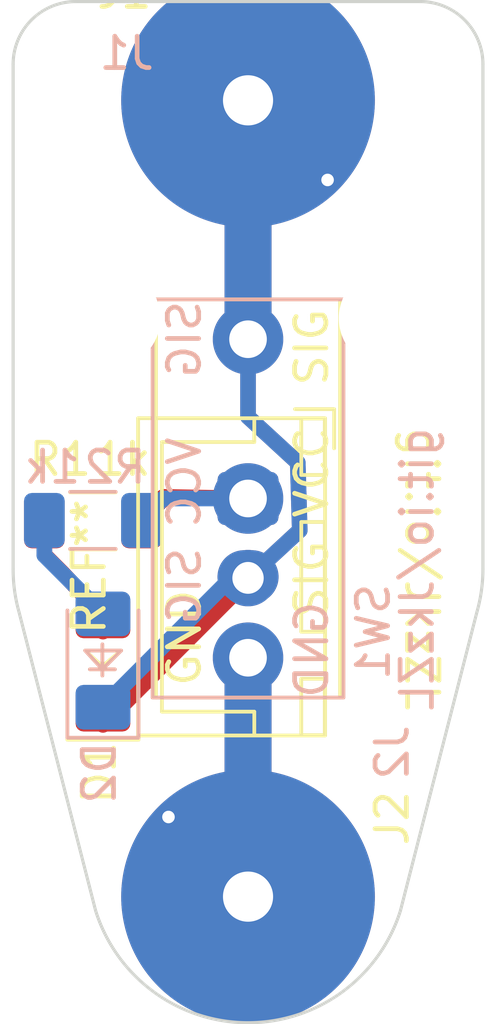
<source format=kicad_pcb>
(kicad_pcb (version 20171130) (host pcbnew "(5.1.7)-1")

  (general
    (thickness 1.6)
    (drawings 43)
    (tracks 39)
    (zones 0)
    (modules 12)
    (nets 6)
  )

  (page A4)
  (layers
    (0 F.Cu signal hide)
    (31 B.Cu signal hide)
    (32 B.Adhes user hide)
    (33 F.Adhes user hide)
    (34 B.Paste user hide)
    (35 F.Paste user hide)
    (36 B.SilkS user hide)
    (37 F.SilkS user hide)
    (38 B.Mask user)
    (39 F.Mask user)
    (40 Dwgs.User user hide)
    (41 Cmts.User user hide)
    (42 Eco1.User user hide)
    (43 Eco2.User user hide)
    (44 Edge.Cuts user)
    (45 Margin user hide)
    (46 B.CrtYd user)
    (47 F.CrtYd user)
    (48 B.Fab user hide)
    (49 F.Fab user hide)
  )

  (setup
    (last_trace_width 0.25)
    (user_trace_width 0.5)
    (user_trace_width 0.75)
    (user_trace_width 1.5)
    (trace_clearance 0.2)
    (zone_clearance 0.508)
    (zone_45_only no)
    (trace_min 0.2)
    (via_size 0.8)
    (via_drill 0.4)
    (via_min_size 0.4)
    (via_min_drill 0.3)
    (uvia_size 0.3)
    (uvia_drill 0.1)
    (uvias_allowed no)
    (uvia_min_size 0.2)
    (uvia_min_drill 0.1)
    (edge_width 0.05)
    (segment_width 0.2)
    (pcb_text_width 0.3)
    (pcb_text_size 1.5 1.5)
    (mod_edge_width 0.12)
    (mod_text_size 1 1)
    (mod_text_width 0.15)
    (pad_size 8.1 8.1)
    (pad_drill 1.6)
    (pad_to_mask_clearance 0)
    (aux_axis_origin 0 0)
    (visible_elements 7EFFFFFF)
    (pcbplotparams
      (layerselection 0x3d330_ffffffff)
      (usegerberextensions false)
      (usegerberattributes true)
      (usegerberadvancedattributes true)
      (creategerberjobfile true)
      (excludeedgelayer true)
      (linewidth 0.100000)
      (plotframeref false)
      (viasonmask false)
      (mode 1)
      (useauxorigin false)
      (hpglpennumber 1)
      (hpglpenspeed 20)
      (hpglpendiameter 15.000000)
      (psnegative false)
      (psa4output false)
      (plotreference true)
      (plotvalue true)
      (plotinvisibletext false)
      (padsonsilk false)
      (subtractmaskfromsilk false)
      (outputformat 1)
      (mirror false)
      (drillshape 0)
      (scaleselection 1)
      (outputdirectory "gerbers/"))
  )

  (net 0 "")
  (net 1 VCC)
  (net 2 GND)
  (net 3 SIGNAL)
  (net 4 "Net-(D1-Pad2)")
  (net 5 "Net-(D2-Pad2)")

  (net_class Default "This is the default net class."
    (clearance 0.2)
    (trace_width 0.25)
    (via_dia 0.8)
    (via_drill 0.4)
    (uvia_dia 0.3)
    (uvia_drill 0.1)
    (add_net GND)
    (add_net "Net-(D1-Pad2)")
    (add_net "Net-(D2-Pad2)")
    (add_net SIGNAL)
    (add_net VCC)
  )

  (module mag-probe:JST-XH (layer F.Cu) (tedit 5FB868AA) (tstamp 5FBB11C0)
    (at 0 0 270)
    (fp_text reference REF** (at 2.175 5.075 90) (layer F.SilkS)
      (effects (font (size 1 1) (thickness 0.15)))
    )
    (fp_text value JST-XH (at 2.275 -3.775 90) (layer F.Fab)
      (effects (font (size 1 1) (thickness 0.15)))
    )
    (fp_line (start 7.95 3.9) (end 7.95 -2.85) (layer F.CrtYd) (width 0.05))
    (fp_line (start 0.75 -2.45) (end 0.75 -1.7) (layer F.SilkS) (width 0.12))
    (fp_line (start 0 -1.35) (end 0.625 -2.35) (layer F.Fab) (width 0.1))
    (fp_line (start -2.56 3.51) (end 7.56 3.51) (layer F.SilkS) (width 0.12))
    (fp_line (start -2.95 3.9) (end 7.95 3.9) (layer F.CrtYd) (width 0.05))
    (fp_line (start -2.45 -2.35) (end -2.45 3.4) (layer F.Fab) (width 0.1))
    (fp_line (start -0.625 -2.35) (end 0 -1.35) (layer F.Fab) (width 0.1))
    (fp_line (start 7.95 -2.85) (end -2.95 -2.85) (layer F.CrtYd) (width 0.05))
    (fp_line (start 7.56 3.51) (end 7.56 -2.46) (layer F.SilkS) (width 0.12))
    (fp_line (start -2.95 -2.85) (end -2.95 3.9) (layer F.CrtYd) (width 0.05))
    (fp_line (start 7.45 3.4) (end 7.45 -2.35) (layer F.Fab) (width 0.1))
    (fp_line (start -2.56 -2.46) (end -2.56 3.51) (layer F.SilkS) (width 0.12))
    (fp_line (start -2.45 3.4) (end 7.45 3.4) (layer F.Fab) (width 0.1))
    (fp_line (start 7.56 -2.46) (end -2.56 -2.46) (layer F.SilkS) (width 0.12))
    (fp_line (start 7.45 -2.35) (end -2.45 -2.35) (layer F.Fab) (width 0.1))
    (fp_line (start 4.25 -2.45) (end 0.75 -2.45) (layer F.SilkS) (width 0.12))
    (fp_line (start -2.55 -2.45) (end -2.55 -1.7) (layer F.SilkS) (width 0.12))
    (fp_line (start -2.55 -1.7) (end -0.75 -1.7) (layer F.SilkS) (width 0.12))
    (fp_line (start -0.75 -2.45) (end -2.55 -2.45) (layer F.SilkS) (width 0.12))
    (fp_line (start 7.55 -2.45) (end 5.75 -2.45) (layer F.SilkS) (width 0.12))
    (fp_line (start -2.55 -0.2) (end -1.8 -0.2) (layer F.SilkS) (width 0.12))
    (fp_line (start -1.8 -0.2) (end -1.8 2.75) (layer F.SilkS) (width 0.12))
    (fp_line (start 2.5 2.75) (end -1.725 2.75) (layer F.SilkS) (width 0.12))
    (fp_line (start 6.8 -0.2) (end 6.8 2.75) (layer F.SilkS) (width 0.12))
    (fp_line (start 6.8 2.75) (end 2.5 2.75) (layer F.SilkS) (width 0.12))
    (fp_line (start -1.6 -2.75) (end -2.85 -2.75) (layer F.SilkS) (width 0.12))
    (fp_line (start -2.85 -2.75) (end -2.85 -1.5) (layer F.SilkS) (width 0.12))
    (fp_line (start 0.75 -1.7) (end 4.25 -1.7) (layer F.SilkS) (width 0.12))
    (fp_line (start -0.75 -1.7) (end -0.75 -2.45) (layer F.SilkS) (width 0.12))
    (fp_line (start 4.25 -1.7) (end 4.25 -2.45) (layer F.SilkS) (width 0.12))
    (fp_line (start 5.75 -2.45) (end 5.75 -1.7) (layer F.SilkS) (width 0.12))
    (fp_line (start 5.75 -1.7) (end 7.55 -1.7) (layer F.SilkS) (width 0.12))
    (fp_line (start 7.55 -1.7) (end 7.55 -2.45) (layer F.SilkS) (width 0.12))
    (fp_line (start 7.55 -0.2) (end 6.8 -0.2) (layer F.SilkS) (width 0.12))
    (pad 3 thru_hole oval (at 5 0 270) (size 1.7 1.95) (drill 0.95) (layers *.Cu *.Mask))
    (pad 1 thru_hole roundrect (at 0 0 270) (size 1.7 1.95) (drill 0.95) (layers *.Cu *.Mask) (roundrect_rratio 0.147059))
    (pad 2 thru_hole oval (at 2.5 0 270) (size 1.7 1.95) (drill 0.95) (layers *.Cu *.Mask))
    (model F:/git/PROBE-BOARD/CAD/JST-B3B-XH-A.step
      (offset (xyz 2.5 -0.5 0))
      (scale (xyz 1 1 1))
      (rotate (xyz 0 0 0))
    )
  )

  (module mag-probe:M3Heatsrt (layer F.Cu) (tedit 5FBAB47A) (tstamp 5FBB10C4)
    (at -4.45 -5.8)
    (fp_text reference REF** (at 9.95 0.05) (layer Dwgs.User) hide
      (effects (font (size 1 1) (thickness 0.15)))
    )
    (fp_text value M3Heatsrt (at 0 -2.55) (layer F.Fab)
      (effects (font (size 1 1) (thickness 0.15)))
    )
    (fp_circle (center 0 0) (end 1.6 0) (layer Dwgs.User) (width 0.05))
    (model "F:/git/PROBE-BOARD/CAD/94459A130_BRASS HEAT-SET INSERT FOR PLASTIC.STEP"
      (offset (xyz 0 0 4.25))
      (scale (xyz 1 1 1))
      (rotate (xyz 90 0 0))
    )
    (model "F:/git/PROBE-BOARD/CAD/97763A811_BLACK-OXIDE 18-8 SS BUTTON-HEAD CAP SCREW.STEP"
      (offset (xyz 0 0 -3.5))
      (scale (xyz 1 1 1))
      (rotate (xyz 180 0 0))
    )
  )

  (module mag-probe:M3Heatsrt (layer F.Cu) (tedit 5FBAB47A) (tstamp 5FBB10AF)
    (at 4.45 -5.85)
    (fp_text reference REF** (at 0.05 0.1) (layer Dwgs.User) hide
      (effects (font (size 1 1) (thickness 0.15)))
    )
    (fp_text value M3Heatsrt (at 0 -2.55) (layer F.Fab)
      (effects (font (size 1 1) (thickness 0.15)))
    )
    (fp_circle (center 0 0) (end 1.6 0) (layer Dwgs.User) (width 0.05))
    (model "F:/git/PROBE-BOARD/CAD/94459A130_BRASS HEAT-SET INSERT FOR PLASTIC.STEP"
      (offset (xyz 0 0 4.25))
      (scale (xyz 1 1 1))
      (rotate (xyz 90 0 0))
    )
    (model "F:/git/PROBE-BOARD/CAD/97763A811_BLACK-OXIDE 18-8 SS BUTTON-HEAD CAP SCREW.STEP"
      (offset (xyz 0 0 -3.5))
      (scale (xyz 1 1 1))
      (rotate (xyz 180 0 0))
    )
  )

  (module MountingHole:MountingHole_3.2mm_M3 (layer F.Cu) (tedit 5FBAB25B) (tstamp 5FBAB277)
    (at -4.5 -5.75)
    (descr "Mounting Hole 3.2mm, no annular, M3")
    (tags "mounting hole 3.2mm no annular m3")
    (attr virtual)
    (fp_text reference REF** (at 0 -4.2) (layer F.SilkS) hide
      (effects (font (size 1 1) (thickness 0.15)))
    )
    (fp_text value MountingHole_3.2mm_M3 (at 0 4.2) (layer F.Fab)
      (effects (font (size 1 1) (thickness 0.15)))
    )
    (fp_circle (center 0 0) (end 3.45 0) (layer F.CrtYd) (width 0.05))
    (fp_circle (center 0 0) (end 3.2 0) (layer Cmts.User) (width 0.15))
    (fp_text user %R (at 0.3 0) (layer F.Fab)
      (effects (font (size 1 1) (thickness 0.15)))
    )
    (pad "" np_thru_hole circle (at 0.1 0) (size 3.2 3.2) (drill 3.2) (layers *.Cu *.Mask))
  )

  (module Resistor_SMD:R_1206_3216Metric_Pad1.30x1.75mm_HandSolder (layer F.Cu) (tedit 5F68FEEE) (tstamp 5FB8615B)
    (at -4.953 0.715 180)
    (descr "Resistor SMD 1206 (3216 Metric), square (rectangular) end terminal, IPC_7351 nominal with elongated pad for handsoldering. (Body size source: IPC-SM-782 page 72, https://www.pcb-3d.com/wordpress/wp-content/uploads/ipc-sm-782a_amendment_1_and_2.pdf), generated with kicad-footprint-generator")
    (tags "resistor handsolder")
    (path /5FC4D339)
    (attr smd)
    (fp_text reference R1 (at 1.047 1.965) (layer F.SilkS)
      (effects (font (size 1 1) (thickness 0.15)))
    )
    (fp_text value 1k (at 0 1.82) (layer F.Fab)
      (effects (font (size 1 1) (thickness 0.15)))
    )
    (fp_line (start -1.6 0.8) (end -1.6 -0.8) (layer F.Fab) (width 0.1))
    (fp_line (start -1.6 -0.8) (end 1.6 -0.8) (layer F.Fab) (width 0.1))
    (fp_line (start 1.6 -0.8) (end 1.6 0.8) (layer F.Fab) (width 0.1))
    (fp_line (start 1.6 0.8) (end -1.6 0.8) (layer F.Fab) (width 0.1))
    (fp_line (start -0.727064 -0.91) (end 0.727064 -0.91) (layer F.SilkS) (width 0.12))
    (fp_line (start -0.727064 0.91) (end 0.727064 0.91) (layer F.SilkS) (width 0.12))
    (fp_line (start -2.45 1.12) (end -2.45 -1.12) (layer F.CrtYd) (width 0.05))
    (fp_line (start -2.45 -1.12) (end 2.45 -1.12) (layer F.CrtYd) (width 0.05))
    (fp_line (start 2.45 -1.12) (end 2.45 1.12) (layer F.CrtYd) (width 0.05))
    (fp_line (start 2.45 1.12) (end -2.45 1.12) (layer F.CrtYd) (width 0.05))
    (fp_text user %R (at 0 0) (layer F.Fab)
      (effects (font (size 0.8 0.8) (thickness 0.12)))
    )
    (pad 2 smd roundrect (at 1.55 0 180) (size 1.3 1.75) (layers F.Cu F.Paste F.Mask) (roundrect_rratio 0.1923076923076923)
      (net 4 "Net-(D1-Pad2)"))
    (pad 1 smd roundrect (at -1.55 0 180) (size 1.3 1.75) (layers F.Cu F.Paste F.Mask) (roundrect_rratio 0.1923076923076923)
      (net 1 VCC))
    (model ${KISYS3DMOD}/Resistor_SMD.3dshapes/R_1206_3216Metric.wrl
      (at (xyz 0 0 0))
      (scale (xyz 1 1 1))
      (rotate (xyz 0 0 0))
    )
  )

  (module Resistor_SMD:R_1206_3216Metric_Pad1.30x1.75mm_HandSolder (layer B.Cu) (tedit 5F68FEEE) (tstamp 5FB860BF)
    (at -4.953 0.6985 180)
    (descr "Resistor SMD 1206 (3216 Metric), square (rectangular) end terminal, IPC_7351 nominal with elongated pad for handsoldering. (Body size source: IPC-SM-782 page 72, https://www.pcb-3d.com/wordpress/wp-content/uploads/ipc-sm-782a_amendment_1_and_2.pdf), generated with kicad-footprint-generator")
    (tags "resistor handsolder")
    (path /5FBB765C)
    (attr smd)
    (fp_text reference R2 (at -0.703 1.6985) (layer B.SilkS)
      (effects (font (size 1 1) (thickness 0.15)) (justify mirror))
    )
    (fp_text value 1k (at 0 -1.43) (layer B.Fab)
      (effects (font (size 1 1) (thickness 0.15)) (justify mirror))
    )
    (fp_line (start -1.6 -0.8) (end -1.6 0.8) (layer B.Fab) (width 0.1))
    (fp_line (start -1.6 0.8) (end 1.6 0.8) (layer B.Fab) (width 0.1))
    (fp_line (start 1.6 0.8) (end 1.6 -0.8) (layer B.Fab) (width 0.1))
    (fp_line (start 1.6 -0.8) (end -1.6 -0.8) (layer B.Fab) (width 0.1))
    (fp_line (start -0.727064 0.91) (end 0.727064 0.91) (layer B.SilkS) (width 0.12))
    (fp_line (start -0.727064 -0.91) (end 0.727064 -0.91) (layer B.SilkS) (width 0.12))
    (fp_line (start -2.45 -1.12) (end -2.45 1.12) (layer B.CrtYd) (width 0.05))
    (fp_line (start -2.45 1.12) (end 2.45 1.12) (layer B.CrtYd) (width 0.05))
    (fp_line (start 2.45 1.12) (end 2.45 -1.12) (layer B.CrtYd) (width 0.05))
    (fp_line (start 2.45 -1.12) (end -2.45 -1.12) (layer B.CrtYd) (width 0.05))
    (fp_text user %R (at 0 0) (layer B.Fab)
      (effects (font (size 0.4 0.4) (thickness 0.06)) (justify mirror))
    )
    (pad 2 smd roundrect (at 1.55 0 180) (size 1.3 1.75) (layers B.Cu B.Paste B.Mask) (roundrect_rratio 0.1923076923076923)
      (net 5 "Net-(D2-Pad2)"))
    (pad 1 smd roundrect (at -1.55 0 180) (size 1.3 1.75) (layers B.Cu B.Paste B.Mask) (roundrect_rratio 0.1923076923076923)
      (net 1 VCC))
    (model ${KISYS3DMOD}/Resistor_SMD.3dshapes/R_1206_3216Metric.wrl
      (at (xyz 0 0 0))
      (scale (xyz 1 1 1))
      (rotate (xyz 0 0 0))
    )
  )

  (module LED_SMD:LED_1206_3216Metric_Pad1.42x1.75mm_HandSolder (layer F.Cu) (tedit 5F68FEF1) (tstamp 5FB860F1)
    (at -4.6315 5.2335 90)
    (descr "LED SMD 1206 (3216 Metric), square (rectangular) end terminal, IPC_7351 nominal, (Body size source: http://www.tortai-tech.com/upload/download/2011102023233369053.pdf), generated with kicad-footprint-generator")
    (tags "LED handsolder")
    (path /5FC4D33F)
    (attr smd)
    (fp_text reference D1 (at -3.5165 -0.1185 270) (layer F.SilkS)
      (effects (font (size 1 1) (thickness 0.15)))
    )
    (fp_text value LED_Small (at 0 1.65 90) (layer F.Fab)
      (effects (font (size 1 1) (thickness 0.15)))
    )
    (fp_line (start 2.45 1.12) (end -2.45 1.12) (layer F.CrtYd) (width 0.05))
    (fp_line (start 2.45 -1.12) (end 2.45 1.12) (layer F.CrtYd) (width 0.05))
    (fp_line (start -2.45 -1.12) (end 2.45 -1.12) (layer F.CrtYd) (width 0.05))
    (fp_line (start -2.45 1.12) (end -2.45 -1.12) (layer F.CrtYd) (width 0.05))
    (fp_line (start -2.46 1.135) (end 1.6 1.135) (layer F.SilkS) (width 0.12))
    (fp_line (start -2.46 -1.135) (end -2.46 1.135) (layer F.SilkS) (width 0.12))
    (fp_line (start 1.6 -1.135) (end -2.46 -1.135) (layer F.SilkS) (width 0.12))
    (fp_line (start 1.6 0.8) (end 1.6 -0.8) (layer F.Fab) (width 0.1))
    (fp_line (start -1.6 0.8) (end 1.6 0.8) (layer F.Fab) (width 0.1))
    (fp_line (start -1.6 -0.4) (end -1.6 0.8) (layer F.Fab) (width 0.1))
    (fp_line (start -1.2 -0.8) (end -1.6 -0.4) (layer F.Fab) (width 0.1))
    (fp_line (start 1.6 -0.8) (end -1.2 -0.8) (layer F.Fab) (width 0.1))
    (fp_text user %R (at 0 0 90) (layer F.Fab)
      (effects (font (size 0.5 0.5) (thickness 0.08)))
    )
    (pad 2 smd roundrect (at 1.4875 0 90) (size 1.425 1.75) (layers F.Cu F.Paste F.Mask) (roundrect_rratio 0.1754385964912281)
      (net 4 "Net-(D1-Pad2)"))
    (pad 1 smd roundrect (at -1.4875 0 90) (size 1.425 1.75) (layers F.Cu F.Paste F.Mask) (roundrect_rratio 0.1754385964912281)
      (net 3 SIGNAL))
    (model ${KISYS3DMOD}/LED_SMD.3dshapes/LED_1206_3216Metric.wrl
      (at (xyz 0 0 0))
      (scale (xyz 1 1 1))
      (rotate (xyz 0 0 0))
    )
  )

  (module LED_SMD:LED_1206_3216Metric_Pad1.42x1.75mm_HandSolder (layer B.Cu) (tedit 5F68FEF1) (tstamp 5FB86127)
    (at -4.6315 5.17 90)
    (descr "LED SMD 1206 (3216 Metric), square (rectangular) end terminal, IPC_7351 nominal, (Body size source: http://www.tortai-tech.com/upload/download/2011102023233369053.pdf), generated with kicad-footprint-generator")
    (tags "LED handsolder")
    (path /5FBB7662)
    (attr smd)
    (fp_text reference D2 (at -3.58 -0.1185 90) (layer B.SilkS)
      (effects (font (size 1 1) (thickness 0.15)) (justify mirror))
    )
    (fp_text value LED_Small (at 0 -1.65 90) (layer B.Fab)
      (effects (font (size 1 1) (thickness 0.15)) (justify mirror))
    )
    (fp_line (start 2.45 -1.12) (end -2.45 -1.12) (layer B.CrtYd) (width 0.05))
    (fp_line (start 2.45 1.12) (end 2.45 -1.12) (layer B.CrtYd) (width 0.05))
    (fp_line (start -2.45 1.12) (end 2.45 1.12) (layer B.CrtYd) (width 0.05))
    (fp_line (start -2.45 -1.12) (end -2.45 1.12) (layer B.CrtYd) (width 0.05))
    (fp_line (start -2.46 -1.135) (end 1.6 -1.135) (layer B.SilkS) (width 0.12))
    (fp_line (start -2.46 1.135) (end -2.46 -1.135) (layer B.SilkS) (width 0.12))
    (fp_line (start 1.6 1.135) (end -2.46 1.135) (layer B.SilkS) (width 0.12))
    (fp_line (start 1.6 -0.8) (end 1.6 0.8) (layer B.Fab) (width 0.1))
    (fp_line (start -1.6 -0.8) (end 1.6 -0.8) (layer B.Fab) (width 0.1))
    (fp_line (start -1.6 0.4) (end -1.6 -0.8) (layer B.Fab) (width 0.1))
    (fp_line (start -1.2 0.8) (end -1.6 0.4) (layer B.Fab) (width 0.1))
    (fp_line (start 1.6 0.8) (end -1.2 0.8) (layer B.Fab) (width 0.1))
    (fp_text user %R (at 0 0 90) (layer B.Fab)
      (effects (font (size 0.5 0.5) (thickness 0.08)) (justify mirror))
    )
    (pad 2 smd roundrect (at 1.4875 0 90) (size 1.425 1.75) (layers B.Cu B.Paste B.Mask) (roundrect_rratio 0.1754385964912281)
      (net 5 "Net-(D2-Pad2)"))
    (pad 1 smd roundrect (at -1.4875 0 90) (size 1.425 1.75) (layers B.Cu B.Paste B.Mask) (roundrect_rratio 0.1754385964912281)
      (net 3 SIGNAL))
    (model ${KISYS3DMOD}/LED_SMD.3dshapes/LED_1206_3216Metric.wrl
      (at (xyz 0 0 0))
      (scale (xyz 1 1 1))
      (rotate (xyz 0 0 0))
    )
  )

  (module mag-probe:D2F (layer F.Cu) (tedit 5FB88D0E) (tstamp 5FB7841C)
    (at 0 0 270)
    (path /5FC5A30B)
    (fp_text reference SW1 (at 4.25 -4 270) (layer B.SilkS)
      (effects (font (size 1 1) (thickness 0.15)) (justify mirror))
    )
    (fp_text value SW_Push_Open (at -2.54 -1.27 270) (layer F.Fab)
      (effects (font (size 1 1) (thickness 0.15)))
    )
    (fp_line (start -6.35 -2.94) (end -6.35 2.94) (layer F.SilkS) (width 0.12))
    (fp_line (start -6.35 2.94) (end 6.35 2.94) (layer F.SilkS) (width 0.12))
    (fp_line (start 6.35 2.94) (end 6.35 -2.94) (layer F.SilkS) (width 0.12))
    (fp_line (start 6.35 -2.94) (end -6.35 -2.94) (layer F.SilkS) (width 0.12))
    (pad 4 thru_hole circle (at 2.54 0 270) (size 1.8 1.8) (drill 1) (layers *.Cu *.Mask)
      (net 3 SIGNAL))
    (pad 3 thru_hole circle (at 0 0 270) (size 2.25 2.25) (drill 1.2) (layers *.Cu *.Mask)
      (net 1 VCC))
    (pad 2 thru_hole circle (at -5.08 0 270) (size 2.25 2.25) (drill 1.2) (layers *.Cu *.Mask)
      (net 3 SIGNAL))
    (pad 1 thru_hole circle (at 5.08 0 270) (size 2.25 2.25) (drill 1.2) (layers *.Cu *.Mask)
      (net 2 GND))
    (model F:/git/mag-probe/D2F_F_STEP/D2F_F.step
      (offset (xyz 3.24 0 -3.24))
      (scale (xyz 1 1 1))
      (rotate (xyz 90 0 0))
    )
  )

  (module MountingHole:MountingHole_3.2mm_M3 (layer F.Cu) (tedit 56D1B4CB) (tstamp 5FB8CA4C)
    (at 4.5 -5.75)
    (descr "Mounting Hole 3.2mm, no annular, M3")
    (tags "mounting hole 3.2mm no annular m3")
    (attr virtual)
    (fp_text reference REF** (at 0 -4.2) (layer F.SilkS) hide
      (effects (font (size 1 1) (thickness 0.15)))
    )
    (fp_text value MountingHole_3.2mm_M3 (at 0 4.2) (layer F.Fab)
      (effects (font (size 1 1) (thickness 0.15)))
    )
    (fp_circle (center 0 0) (end 3.45 0) (layer F.CrtYd) (width 0.05))
    (fp_circle (center 0 0) (end 3.2 0) (layer Cmts.User) (width 0.15))
    (fp_text user %R (at 0.3 0) (layer F.Fab)
      (effects (font (size 1 1) (thickness 0.15)))
    )
    (pad 1 np_thru_hole circle (at 0 0) (size 3.2 3.2) (drill 3.2) (layers *.Cu *.Mask))
  )

  (module mag-probe:MagPad (layer F.Cu) (tedit 5FBAFD75) (tstamp 5FB7716B)
    (at 0 12.7)
    (path /5FB9D8C4)
    (fp_text reference J2 (at 4.6 -2.5 90) (layer F.SilkS)
      (effects (font (size 1 1) (thickness 0.15)))
    )
    (fp_text value Conn_01x01 (at 0 -0.5) (layer F.Fab)
      (effects (font (size 1 1) (thickness 0.15)))
    )
    (pad 1 thru_hole circle (at 0 0) (size 8.1 8.1) (drill 1.6) (layers *.Cu *.Mask)
      (net 2 GND))
    (model F:/git/mag-probe/mag.pretty.stp
      (at (xyz 0 0 0))
      (scale (xyz 1 1 1))
      (rotate (xyz 0 0 0))
    )
  )

  (module mag-probe:MagPad (layer F.Cu) (tedit 5FBAFD6B) (tstamp 5FB8D866)
    (at 0 -12.7)
    (path /5FB9D22E)
    (fp_text reference J1 (at -3.95 -3.45) (layer F.SilkS)
      (effects (font (size 1 1) (thickness 0.15)))
    )
    (fp_text value Conn_01x01 (at 0 -0.5) (layer F.Fab)
      (effects (font (size 1 1) (thickness 0.15)))
    )
    (pad 1 thru_hole circle (at 0 0) (size 8.1 8.1) (drill 1.6) (layers *.Cu *.Mask)
      (net 3 SIGNAL))
    (model F:/git/mag-probe/mag.pretty.stp
      (at (xyz 0 0 0))
      (scale (xyz 1 1 1))
      (rotate (xyz 0 0 0))
    )
  )

  (gr_circle (center -4.5 -5.75) (end -1.10574 -5.75) (layer F.CrtYd) (width 0.05))
  (gr_circle (center 4.5 -5.75) (end 7.960549 -5.75) (layer F.CrtYd) (width 0.05))
  (gr_line (start -2.93 6.34) (end -2.92 -6.37) (layer B.CrtYd) (width 0.05))
  (gr_line (start 2.94 6.34) (end -2.93 6.34) (layer B.CrtYd) (width 0.05))
  (gr_line (start 2.94 -6.34) (end 2.94 6.34) (layer B.CrtYd) (width 0.05))
  (gr_line (start -2.94 -6.37) (end 2.94 -6.34) (layer B.CrtYd) (width 0.05))
  (gr_line (start -4.05 4.85) (end -4.65 5.45) (layer B.SilkS) (width 0.12) (tstamp 5FB8CF62))
  (gr_line (start -5.2 4.85) (end -4.05 4.85) (layer B.SilkS) (width 0.12))
  (gr_line (start -4.65 5.45) (end -5.2 4.85) (layer B.SilkS) (width 0.12))
  (gr_line (start -5.05 5.45) (end -4.25 5.45) (layer B.SilkS) (width 0.12))
  (gr_line (start -4.65 4.65) (end -4.65 5.65) (layer B.SilkS) (width 0.12))
  (gr_line (start -5.05 5.45) (end -4.25 5.45) (layer F.SilkS) (width 0.12))
  (gr_line (start -4.65 4.7) (end -4.65 5.65) (layer F.SilkS) (width 0.12))
  (gr_line (start -4.65 5.35) (end -5.2 4.85) (layer F.SilkS) (width 0.12) (tstamp 5FB8CF14))
  (gr_line (start -4.05 4.85) (end -4.65 5.35) (layer F.SilkS) (width 0.12))
  (gr_line (start -5.2 4.85) (end -4.05 4.85) (layer F.SilkS) (width 0.12))
  (gr_arc (start 2.499999 2.248852) (end 7.312157 3.606476) (angle -15.75501346) (layer Edge.Cuts) (width 0.1))
  (gr_line (start 7.5 2.248852) (end 7.5 -13.849999) (layer Edge.Cuts) (width 0.1))
  (gr_arc (start -5.499999 -13.849999) (end -5.499999 -15.849999) (angle -90) (layer Edge.Cuts) (width 0.1))
  (gr_arc (start -2.490343 2.261877) (end -7.5 2.248852) (angle -15.90398022) (layer Edge.Cuts) (width 0.1) (tstamp 5FB860A4))
  (gr_line (start -7.5 2.248852) (end -7.499999 -13.85) (layer Edge.Cuts) (width 0.1))
  (gr_arc (start 5.5 -13.849999) (end 7.5 -13.849999) (angle -90) (layer Edge.Cuts) (width 0.1))
  (gr_line (start 5.5 -15.849999) (end -5.499999 -15.849999) (layer Edge.Cuts) (width 0.1))
  (gr_line (start 7.312157 3.606476) (end 4.86569 13.150001) (layer Edge.Cuts) (width 0.1))
  (gr_line (start -7.311811 3.622127) (end -4.86569 13.15) (layer Edge.Cuts) (width 0.1))
  (gr_arc (start 0 11.621913) (end -4.86569 13.15) (angle -145.1298326) (layer Edge.Cuts) (width 0.1))
  (gr_text git.io/JkzZL (at 5.55 2.25 270) (layer F.SilkS)
    (effects (font (size 1 1) (thickness 0.15)))
  )
  (gr_text git.io/JkzZL (at 5.4 2.25 90) (layer B.SilkS)
    (effects (font (size 1 1) (thickness 0.15)) (justify mirror))
  )
  (gr_text 1k (at -6.25 -1) (layer B.SilkS)
    (effects (font (size 1 1) (thickness 0.15)) (justify mirror))
  )
  (gr_text 1k (at -4 -1.25) (layer F.SilkS)
    (effects (font (size 1 1) (thickness 0.15)))
  )
  (gr_text GND (at -2.032 4.445 90) (layer F.SilkS)
    (effects (font (size 1 1) (thickness 0.15)))
  )
  (gr_text "SIG VCC" (at 2.032 0.762 90) (layer F.SilkS)
    (effects (font (size 1 1) (thickness 0.15)))
  )
  (gr_text SIG (at 2.032 -4.826 90) (layer F.SilkS)
    (effects (font (size 1 1) (thickness 0.15)))
  )
  (gr_text SIG (at -2.032 -5.08 90) (layer B.SilkS) (tstamp 5FB7A228)
    (effects (font (size 1 1) (thickness 0.15)) (justify mirror))
  )
  (gr_text VCC (at -2.032 -0.508 90) (layer B.SilkS)
    (effects (font (size 1 1) (thickness 0.15)) (justify mirror))
  )
  (gr_text SIG (at -2.032 2.794 90) (layer B.SilkS)
    (effects (font (size 1 1) (thickness 0.15)) (justify mirror))
  )
  (gr_text GND (at 2.032 4.826 90) (layer B.SilkS)
    (effects (font (size 1 1) (thickness 0.15)) (justify mirror))
  )
  (gr_text J2 (at 4.6 8.1 90) (layer B.SilkS)
    (effects (font (size 1 1) (thickness 0.15)) (justify mirror))
  )
  (gr_text J1 (at -3.8735 -14.2) (layer B.SilkS)
    (effects (font (size 1 1) (thickness 0.15)) (justify mirror))
  )
  (gr_line (start -3.048 6.35) (end -3.048 -6.35) (layer B.SilkS) (width 0.12) (tstamp 5FB7A204))
  (gr_line (start 3.048 6.35) (end -3.048 6.35) (layer B.SilkS) (width 0.12))
  (gr_line (start 3.048 -6.35) (end 3.048 6.35) (layer B.SilkS) (width 0.12))
  (gr_line (start -3.048 -6.35) (end 3.048 -6.35) (layer B.SilkS) (width 0.12))

  (segment (start 0 -0.254) (end 0 0) (width 0.5) (layer B.Cu) (net 1))
  (segment (start 0 0) (end -0.087 0) (width 0.5) (layer F.Cu) (net 1))
  (segment (start -2.7045 0) (end -3.403 0.6985) (width 0.5) (layer B.Cu) (net 1))
  (segment (start 0 0) (end -2.7045 0) (width 0.5) (layer B.Cu) (net 1))
  (segment (start -2.7 -0.05) (end 0 0) (width 0.5) (layer F.Cu) (net 1))
  (segment (start -2.7 0.012) (end -3.403 0.715) (width 0.5) (layer F.Cu) (net 1))
  (segment (start -2.7 -0.05) (end -2.7 0.012) (width 0.5) (layer F.Cu) (net 1))
  (segment (start 0 10.75) (end 0 5.08) (width 1.5) (layer B.Cu) (net 2) (status 30))
  (segment (start 0 5.08) (end 0 10.75) (width 1.5) (layer F.Cu) (net 2) (status 30))
  (via (at -2.54 10.16) (size 0.8) (drill 0.4) (layers F.Cu B.Cu) (net 2))
  (via (at 2.54 -10.16) (size 0.8) (drill 0.4) (layers F.Cu B.Cu) (net 3))
  (segment (start 0 -10.75) (end -1.188 -10.75) (width 0.5) (layer B.Cu) (net 3) (status 30))
  (segment (start 0 -10.75) (end 0 -5.08) (width 1.5) (layer B.Cu) (net 3) (status 30))
  (segment (start -0.508 -4.572) (end 0 -5.08) (width 0.5) (layer B.Cu) (net 3) (status 30))
  (segment (start 0 -10.75) (end 0 -5.08) (width 1.5) (layer F.Cu) (net 3) (status 30))
  (segment (start 0 -5.08) (end 0.762 -5.08) (width 0.5) (layer F.Cu) (net 3) (status 30))
  (segment (start -0.508 -4.572) (end 0 -5.08) (width 0.5) (layer F.Cu) (net 3) (status 30))
  (segment (start -0.254 2.54) (end 0 2.54) (width 0.5) (layer B.Cu) (net 3))
  (segment (start 0 -5.08) (end 0 -4.318) (width 0.5) (layer F.Cu) (net 3))
  (segment (start 1.651 1.016) (end 0 2.54) (width 0.5) (layer F.Cu) (net 3))
  (segment (start 1.5875 -1.143) (end 1.651 1.016) (width 0.5) (layer F.Cu) (net 3))
  (segment (start 0 -2.6035) (end 1.5875 -1.143) (width 0.5) (layer F.Cu) (net 3))
  (segment (start 1.651 1.016) (end 0 2.54) (width 0.5) (layer B.Cu) (net 3))
  (segment (start 0 -2.6035) (end 1.5875 -1.143) (width 0.5) (layer B.Cu) (net 3))
  (segment (start 1.5875 -1.143) (end 1.651 1.016) (width 0.5) (layer B.Cu) (net 3))
  (segment (start 0 -5.08) (end 0 -2.6035) (width 0.5) (layer B.Cu) (net 3))
  (segment (start 0 -5.08) (end 0 -2.6035) (width 0.5) (layer F.Cu) (net 3))
  (segment (start 0 2.5895) (end -4.6315 7.221) (width 0.5) (layer F.Cu) (net 3))
  (segment (start 0 2.54) (end 0 2.5895) (width 0.5) (layer F.Cu) (net 3))
  (segment (start -4.6315 6.6575) (end -4.6315 6.6315) (width 0.5) (layer B.Cu) (net 3))
  (segment (start -0.54 2.54) (end 0 2.54) (width 0.5) (layer B.Cu) (net 3))
  (segment (start -4.6315 6.6315) (end -0.54 2.54) (width 0.5) (layer B.Cu) (net 3))
  (segment (start -4.6315 3.746) (end -4.6315 4.246) (width 0.5) (layer F.Cu) (net 4))
  (segment (start -5.9 2.4) (end -4.6315 3.746) (width 0.5) (layer F.Cu) (net 4))
  (segment (start -6.5 1.8) (end -5.9 2.4) (width 0.5) (layer F.Cu) (net 4))
  (segment (start -6.5 0.718) (end -6.503 0.715) (width 0.5) (layer F.Cu) (net 4))
  (segment (start -6.5 1.8) (end -6.5 0.718) (width 0.5) (layer F.Cu) (net 4))
  (segment (start -6.503 1.811) (end -4.6315 3.6825) (width 0.5) (layer B.Cu) (net 5))
  (segment (start -6.503 0.6985) (end -6.503 1.811) (width 0.5) (layer B.Cu) (net 5))

)

</source>
